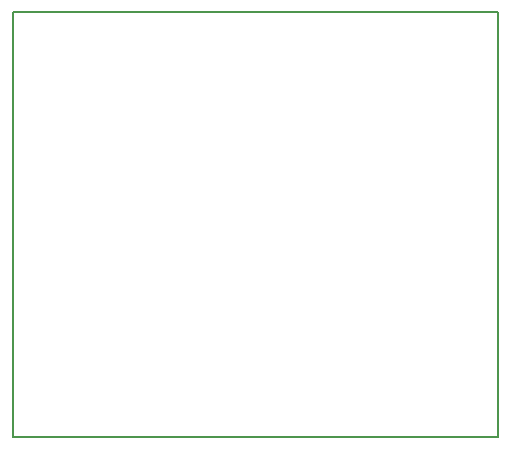
<source format=gbr>
%TF.GenerationSoftware,KiCad,Pcbnew,8.0.8*%
%TF.CreationDate,2025-02-07T12:49:18+01:00*%
%TF.ProjectId,PGE_GPS_PCB,5047455f-4750-4535-9f50-43422e6b6963,rev?*%
%TF.SameCoordinates,Original*%
%TF.FileFunction,Profile,NP*%
%FSLAX46Y46*%
G04 Gerber Fmt 4.6, Leading zero omitted, Abs format (unit mm)*
G04 Created by KiCad (PCBNEW 8.0.8) date 2025-02-07 12:49:18*
%MOMM*%
%LPD*%
G01*
G04 APERTURE LIST*
%TA.AperFunction,Profile*%
%ADD10C,0.200000*%
%TD*%
G04 APERTURE END LIST*
D10*
X129000000Y-64000000D02*
X170000000Y-64000000D01*
X170000000Y-100000000D01*
X129000000Y-100000000D01*
X129000000Y-64000000D01*
M02*

</source>
